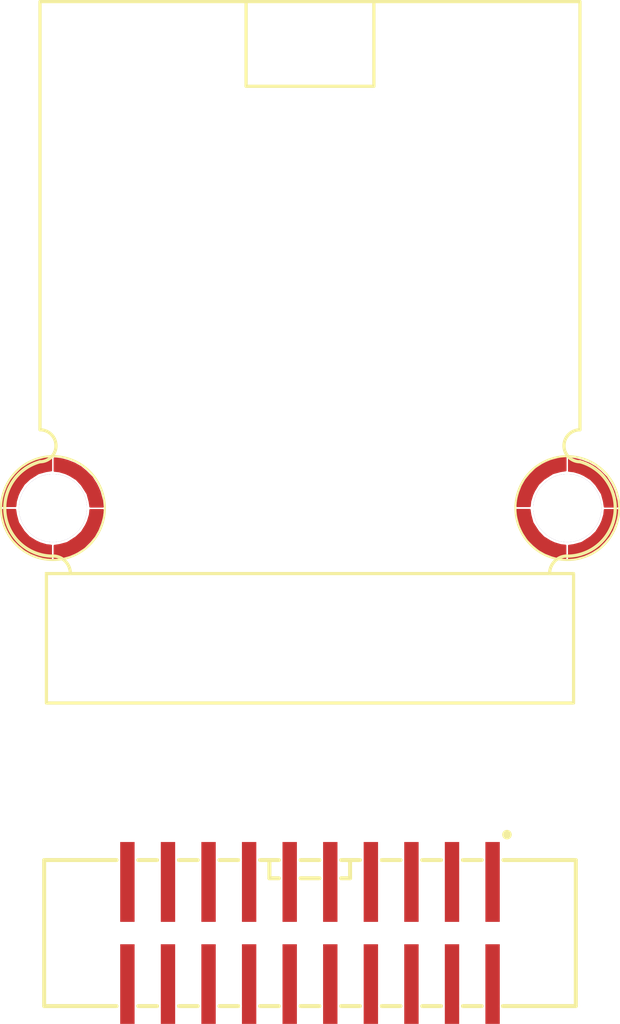
<source format=kicad_pcb>
(kicad_pcb (version 20241229) (generator "pcbnew") (generator_version "9.0")
  (layers (0 "F.Cu" signal) (2 "B.Cu" signal) (13 "F.Paste" user) (15 "B.Paste" user) (5 "F.SilkS" user "F.Silkscreen") (7 "B.SilkS" user "B.Silkscreen") (1 "F.Mask" user) (3 "B.Mask" user) (25 "Edge.Cuts" user))
  (net 0 "")
  (net 1 "footprint-_2-2")
  (net 2 "GND")
  (net 3 "_18")
  (net 4 "VTREF")
  (net 5 "N_TRST")
  (net 6 "DBGRQ")
  (net 7 "footprint-_1-1")
  (net 8 "_20")
  (net 9 "_16")
  (net 10 "footprint-_4-0")
  (net 11 "footprint-_2-0")
  (net 12 "N_RESET")
  (net 13 "_14")
  (net 14 "line")
  (net 15 "footprint-_3-0")
  (net 16 "SWD_SWO")
  (net 17 "SWD_CLK")
  (net 18 "footprint-_2-1")
  (net 19 "SWD_DIO")
  (net 20 "footprint-_1-0")
  (net 21 "footprint-_4-1")
  (net 22 "TDI")
  (net 23 "VCC")
  (net 24 "footprint-_3-1")
  (net 25 "footprint-net-0")
  (net 26 "footprint-net-1")
  (footprint "XFCN_BH254VS_20P:CONN-SMD_20P-P2.54_B-3000N20P-0110" (layer "F.Cu") (at 0 22.5 180)
    (property "Reference" "CN1" (hide yes))
    (property "Value" "")
    (fp_line (start -16.64 -4.57) (end -16.64 4.57) (stroke (width 0.25)) (layer "F.SilkS"))
    (fp_line (start -16.64 4.57) (end -12.11 4.57) (stroke (width 0.25)) (layer "F.SilkS"))
    (fp_line (start -12.07 -4.57) (end -16.64 -4.57) (stroke (width 0.25)) (layer "F.SilkS"))
    (fp_line (start -10.75 4.57) (end -9.57 4.57) (stroke (width 0.25)) (layer "F.SilkS"))
    (fp_line (start -9.57 -4.57) (end -10.75 -4.57) (stroke (width 0.25)) (layer "F.SilkS"))
    (fp_line (start -8.21 4.57) (end -7.03 4.57) (stroke (width 0.25)) (layer "F.SilkS"))
    (fp_line (start -7.03 -4.57) (end -8.21 -4.57) (stroke (width 0.25)) (layer "F.SilkS"))
    (fp_line (start -5.67 4.57) (end -4.49 4.57) (stroke (width 0.25)) (layer "F.SilkS"))
    (fp_line (start -4.49 -4.57) (end -5.67 -4.57) (stroke (width 0.25)) (layer "F.SilkS"))
    (fp_line (start -3.13 4.57) (end -1.95 4.57) (stroke (width 0.25)) (layer "F.SilkS"))
    (fp_line (start -2.51 3.43) (end -1.95 3.43) (stroke (width 0.25)) (layer "F.SilkS"))
    (fp_line (start -2.51 4.57) (end -2.51 3.43) (stroke (width 0.25)) (layer "F.SilkS"))
    (fp_line (start -1.95 -4.57) (end -3.13 -4.57) (stroke (width 0.25)) (layer "F.SilkS"))
    (fp_line (start -0.59 3.43) (end 0.59 3.43) (stroke (width 0.25)) (layer "F.SilkS"))
    (fp_line (start -0.59 4.57) (end 0.59 4.57) (stroke (width 0.25)) (layer "F.SilkS"))
    (fp_line (start 0.59 -4.57) (end -0.59 -4.57) (stroke (width 0.25)) (layer "F.SilkS"))
    (fp_line (start 1.95 3.43) (end 2.54 3.43) (stroke (width 0.25)) (layer "F.SilkS"))
    (fp_line (start 1.95 4.57) (end 3.13 4.57) (stroke (width 0.25)) (layer "F.SilkS"))
    (fp_line (start 2.54 3.43) (end 2.54 4.57) (stroke (width 0.25)) (layer "F.SilkS"))
    (fp_line (start 3.13 -4.57) (end 1.95 -4.57) (stroke (width 0.25)) (layer "F.SilkS"))
    (fp_line (start 4.49 4.57) (end 5.67 4.57) (stroke (width 0.25)) (layer "F.SilkS"))
    (fp_line (start 5.67 -4.57) (end 4.49 -4.57) (stroke (width 0.25)) (layer "F.SilkS"))
    (fp_line (start 7.03 4.57) (end 8.21 4.57) (stroke (width 0.25)) (layer "F.SilkS"))
    (fp_line (start 8.21 -4.57) (end 7.03 -4.57) (stroke (width 0.25)) (layer "F.SilkS"))
    (fp_line (start 9.57 4.57) (end 10.75 4.57) (stroke (width 0.25)) (layer "F.SilkS"))
    (fp_line (start 10.75 -4.57) (end 9.57 -4.57) (stroke (width 0.25)) (layer "F.SilkS"))
    (fp_line (start 12.11 4.57) (end 16.64 4.57) (stroke (width 0.25)) (layer "F.SilkS"))
    (fp_line (start 16.64 -4.57) (end 12.11 -4.57) (stroke (width 0.25)) (layer "F.SilkS"))
    (fp_line (start 16.64 4.57) (end 16.64 -4.57) (stroke (width 0.25)) (layer "F.SilkS"))
    (fp_circle (center -12.33 6.16) (end -12.18 6.16) (stroke (width 0.3)) (fill no) (layer "F.SilkS"))
    (pad "1" smd rect (at -11.43 3.2 180) (size 0.9 5) (layers "F.Cu" "F.Mask" "F.Paste") (net 4 "VTREF"))
    (pad "2" smd rect (at -11.43 -3.2 180) (size 0.9 5) (layers "F.Cu" "F.Mask" "F.Paste") (net 11 "footprint-_2-0"))
    (pad "3" smd rect (at -8.89 3.2 180) (size 0.9 5) (layers "F.Cu" "F.Mask" "F.Paste") (net 5 "N_TRST"))
    (pad "4" smd rect (at -8.89 -3.2 180) (size 0.9 5) (layers "F.Cu" "F.Mask" "F.Paste") (net 2 "GND"))
    (pad "5" smd rect (at -6.35 3.2 180) (size 0.9 5) (layers "F.Cu" "F.Mask" "F.Paste") (net 22 "TDI"))
    (pad "6" smd rect (at -6.35 -3.2 180) (size 0.9 5) (layers "F.Cu" "F.Mask" "F.Paste") (net 2 "GND"))
    (pad "7" smd rect (at -3.81 3.2 180) (size 0.9 5) (layers "F.Cu" "F.Mask" "F.Paste") (net 19 "SWD_DIO"))
    (pad "8" smd rect (at -3.81 -3.2 180) (size 0.9 5) (layers "F.Cu" "F.Mask" "F.Paste") (net 2 "GND"))
    (pad "9" smd rect (at -1.27 3.2 180) (size 0.9 5) (layers "F.Cu" "F.Mask" "F.Paste") (net 17 "SWD_CLK"))
    (pad "10" smd rect (at -1.27 -3.2 180) (size 0.9 5) (layers "F.Cu" "F.Mask" "F.Paste") (net 2 "GND"))
    (pad "11" smd rect (at 1.27 3.2 180) (size 0.9 5) (layers "F.Cu" "F.Mask" "F.Paste") (net 14 "line"))
    (pad "12" smd rect (at 1.27 -3.2 180) (size 0.9 5) (layers "F.Cu" "F.Mask" "F.Paste") (net 2 "GND"))
    (pad "13" smd rect (at 3.81 3.2 180) (size 0.9 5) (layers "F.Cu" "F.Mask" "F.Paste") (net 16 "SWD_SWO"))
    (pad "14" smd rect (at 3.81 -3.2 180) (size 0.9 5) (layers "F.Cu" "F.Mask" "F.Paste") (net 13 "_14"))
    (pad "15" smd rect (at 6.35 3.2 180) (size 0.9 5) (layers "F.Cu" "F.Mask" "F.Paste") (net 12 "N_RESET"))
    (pad "16" smd rect (at 6.35 -3.2 180) (size 0.9 5) (layers "F.Cu" "F.Mask" "F.Paste") (net 9 "_16"))
    (pad "17" smd rect (at 8.89 3.2 180) (size 0.9 5) (layers "F.Cu" "F.Mask" "F.Paste") (net 6 "DBGRQ"))
    (pad "18" smd rect (at 8.89 -3.2 180) (size 0.9 5) (layers "F.Cu" "F.Mask" "F.Paste") (net 3 "_18"))
    (pad "19" smd rect (at 11.43 3.2 180) (size 0.9 5) (layers "F.Cu" "F.Mask" "F.Paste") (net 23 "VCC"))
    (pad "20" smd rect (at 11.43 -3.2 180) (size 0.9 5) (layers "F.Cu" "F.Mask" "F.Paste") (net 8 "_20"))
  )
  (footprint "Sinhoo_SMTSO2530CTJ:SMD_BD5.6-L5.6-W5.6-D4.1" (layer "F.Cu") (at -16.1 -4.1 0)
    (property "Reference" "P2" (hide yes))
    (property "Value" "")
    (fp_circle (center 0.01 0) (end 3.26 0) (stroke (width 0.13)) (fill no) (layer "F.SilkS"))
    (pad "" thru_hole circle (at 0.01 0 0) (size 4.25 4.25) (drill 4.25) (layers "*.Cu" "*.Mask") (net 26 "footprint-net-1"))
    (pad "1" smd custom (at 1.62 -2.14 0) (size 0.01 0.01) (layers "F.Cu" "F.Mask" "F.Paste") (net 7 "footprint-_1-1") (primitives (gr_poly (pts (xy -1.52 -0.98) (xy -1.37 -0.97) (xy -1.14 -0.94) (xy -0.99 -0.91) (xy -0.67 -0.82) (xy -0.26 -0.66) (xy 0.13 -0.44) (xy 0.47 -0.16) (xy 0.83 0.2) (xy 1.1 0.62) (xy 1.21 0.84) (xy 1.33 1.12) (xy 1.48 1.67) (xy 1.52 2.06) (xy 0.72 2.06) (xy 0.67 1.73) (xy 0.54 1.25) (xy 0.4 1.03) (xy 0.18 0.69) (xy -0.14 0.35) (xy -0.56 0.09) (xy -0.82 -0.03) (xy -1.22 -0.15) (xy -1.52 -0.18)) (width 0.1) (fill yes))) (options (clearance outline) (anchor circle)))
    (pad "2" smd custom (at 1.62 2.17 0) (size 0.01 0.01) (layers "F.Cu" "F.Mask" "F.Paste") (net 1 "footprint-_2-2") (primitives (gr_poly (pts (xy 1.52 -2.06) (xy 1.51 -1.91) (xy 1.48 -1.68) (xy 1.45 -1.53) (xy 1.36 -1.21) (xy 1.2 -0.8) (xy 0.98 -0.41) (xy 0.7 -0.07) (xy 0.34 0.29) (xy -0.08 0.56) (xy -0.3 0.67) (xy -0.58 0.79) (xy -1.13 0.94) (xy -1.52 0.98) (xy -1.52 0.18) (xy -1.19 0.13) (xy -0.71 0) (xy -0.49 -0.14) (xy -0.15 -0.36) (xy 0.19 -0.68) (xy 0.45 -1.1) (xy 0.57 -1.36) (xy 0.69 -1.76) (xy 0.72 -2.06)) (width 0.1) (fill yes))) (options (clearance outline) (anchor circle)))
    (pad "3" smd custom (at -1.62 2.17 0) (size 0.01 0.01) (layers "F.Cu" "F.Mask" "F.Paste") (net 24 "footprint-_3-1") (primitives (gr_poly (pts (xy 1.52 0.97) (xy 1.37 0.96) (xy 1.14 0.93) (xy 0.99 0.9) (xy 0.67 0.81) (xy 0.26 0.65) (xy -0.13 0.43) (xy -0.47 0.15) (xy -0.83 -0.21) (xy -1.1 -0.63) (xy -1.21 -0.85) (xy -1.33 -1.13) (xy -1.48 -1.68) (xy -1.52 -2.07) (xy -0.72 -2.07) (xy -0.67 -1.74) (xy -0.54 -1.26) (xy -0.4 -1.04) (xy -0.18 -0.7) (xy 0.14 -0.36) (xy 0.56 -0.1) (xy 0.82 0.02) (xy 1.22 0.14) (xy 1.52 0.17)) (width 0.1) (fill yes))) (options (clearance outline) (anchor circle)))
    (pad "4" smd custom (at -1.61 -2.17 0) (size 0.01 0.01) (layers "F.Cu" "F.Mask" "F.Paste") (net 21 "footprint-_4-1") (primitives (gr_poly (pts (xy -1.52 2.06) (xy -1.51 1.91) (xy -1.48 1.68) (xy -1.45 1.53) (xy -1.36 1.21) (xy -1.2 0.8) (xy -0.98 0.41) (xy -0.7 0.07) (xy -0.34 -0.29) (xy 0.08 -0.56) (xy 0.3 -0.67) (xy 0.58 -0.79) (xy 1.13 -0.94) (xy 1.52 -0.98) (xy 1.52 -0.18) (xy 1.19 -0.13) (xy 0.71 0) (xy 0.49 0.14) (xy 0.15 0.36) (xy -0.19 0.68) (xy -0.45 1.1) (xy -0.57 1.36) (xy -0.69 1.76) (xy -0.72 2.06)) (width 0.1) (fill yes))) (options (clearance outline) (anchor circle)))
  )
  (footprint "Sinhoo_SMTSO2530CTJ:SMD_BD5.6-L5.6-W5.6-D4.1" (layer "F.Cu") (at 16.1 -4.1 0)
    (property "Reference" "P1" (hide yes))
    (property "Value" "")
    (fp_circle (center 0.01 0) (end 3.26 0) (stroke (width 0.13)) (fill no) (layer "F.SilkS"))
    (pad "" thru_hole circle (at 0.01 0 0) (size 4.25 4.25) (drill 4.25) (layers "*.Cu" "*.Mask") (net 25 "footprint-net-0"))
    (pad "1" smd custom (at 1.62 -2.14 0) (size 0.01 0.01) (layers "F.Cu" "F.Mask" "F.Paste") (net 20 "footprint-_1-0") (primitives (gr_poly (pts (xy -1.52 -0.98) (xy -1.37 -0.97) (xy -1.14 -0.94) (xy -0.99 -0.91) (xy -0.67 -0.82) (xy -0.26 -0.66) (xy 0.13 -0.44) (xy 0.47 -0.16) (xy 0.83 0.2) (xy 1.1 0.62) (xy 1.21 0.84) (xy 1.33 1.12) (xy 1.48 1.67) (xy 1.52 2.06) (xy 0.72 2.06) (xy 0.67 1.73) (xy 0.54 1.25) (xy 0.4 1.03) (xy 0.18 0.69) (xy -0.14 0.35) (xy -0.56 0.09) (xy -0.82 -0.03) (xy -1.22 -0.15) (xy -1.52 -0.18)) (width 0.1) (fill yes))) (options (clearance outline) (anchor circle)))
    (pad "2" smd custom (at 1.62 2.17 0) (size 0.01 0.01) (layers "F.Cu" "F.Mask" "F.Paste") (net 18 "footprint-_2-1") (primitives (gr_poly (pts (xy 1.52 -2.06) (xy 1.51 -1.91) (xy 1.48 -1.68) (xy 1.45 -1.53) (xy 1.36 -1.21) (xy 1.2 -0.8) (xy 0.98 -0.41) (xy 0.7 -0.07) (xy 0.34 0.29) (xy -0.08 0.56) (xy -0.3 0.67) (xy -0.58 0.79) (xy -1.13 0.94) (xy -1.52 0.98) (xy -1.52 0.18) (xy -1.19 0.13) (xy -0.71 0) (xy -0.49 -0.14) (xy -0.15 -0.36) (xy 0.19 -0.68) (xy 0.45 -1.1) (xy 0.57 -1.36) (xy 0.69 -1.76) (xy 0.72 -2.06)) (width 0.1) (fill yes))) (options (clearance outline) (anchor circle)))
    (pad "3" smd custom (at -1.62 2.17 0) (size 0.01 0.01) (layers "F.Cu" "F.Mask" "F.Paste") (net 15 "footprint-_3-0") (primitives (gr_poly (pts (xy 1.52 0.97) (xy 1.37 0.96) (xy 1.14 0.93) (xy 0.99 0.9) (xy 0.67 0.81) (xy 0.26 0.65) (xy -0.13 0.43) (xy -0.47 0.15) (xy -0.83 -0.21) (xy -1.1 -0.63) (xy -1.21 -0.85) (xy -1.33 -1.13) (xy -1.48 -1.68) (xy -1.52 -2.07) (xy -0.72 -2.07) (xy -0.67 -1.74) (xy -0.54 -1.26) (xy -0.4 -1.04) (xy -0.18 -0.7) (xy 0.14 -0.36) (xy 0.56 -0.1) (xy 0.82 0.02) (xy 1.22 0.14) (xy 1.52 0.17)) (width 0.1) (fill yes))) (options (clearance outline) (anchor circle)))
    (pad "4" smd custom (at -1.61 -2.17 0) (size 0.01 0.01) (layers "F.Cu" "F.Mask" "F.Paste") (net 10 "footprint-_4-0") (primitives (gr_poly (pts (xy -1.52 2.06) (xy -1.51 1.91) (xy -1.48 1.68) (xy -1.45 1.53) (xy -1.36 1.21) (xy -1.2 0.8) (xy -0.98 0.41) (xy -0.7 0.07) (xy -0.34 -0.29) (xy 0.08 -0.56) (xy 0.3 -0.67) (xy 0.58 -0.79) (xy 1.13 -0.94) (xy 1.52 -0.98) (xy 1.52 -0.18) (xy 1.19 -0.13) (xy 0.71 0) (xy 0.49 0.14) (xy 0.15 0.36) (xy -0.19 0.68) (xy -0.45 1.1) (xy -0.57 1.36) (xy -0.69 1.76) (xy -0.72 2.06)) (width 0.1) (fill yes))) (options (clearance outline) (anchor circle)))
  )
  (footprint "RPDAP_Compact:RPDAP_Compact" (layer "F.Cu") (at 0 0 0)
    (property "Reference" "MOD1" (hide yes))
    (property "Value" "")
    (fp_line (start -16.9 -35.8) (end 16.9 -35.8) (stroke (width 0.2)) (layer "F.SilkS"))
    (fp_line (start -16.9 -9) (end -16.9 -35.8) (stroke (width 0.2)) (layer "F.SilkS"))
    (fp_line (start -4 -30.5) (end -4 -35.8) (stroke (width 0.2)) (layer "F.SilkS"))
    (fp_line (start -4 -30.5) (end 4 -30.5) (stroke (width 0.2)) (layer "F.SilkS"))
    (fp_line (start 4 -30.5) (end 4 -35.8) (stroke (width 0.2)) (layer "F.SilkS"))
    (fp_line (start 16.9 -35.8) (end 16.899999 -8.999999) (stroke (width 0.2)) (layer "F.SilkS"))
    (fp_arc (start -16.9 -9) (mid -15.9 -8) (end -16.9 -7) (stroke (width 0.2)) (layer "F.SilkS"))
    (fp_arc (start -16.1 -1.1) (mid -15.322183 -0.777817) (end -15 0) (stroke (width 0.2)) (layer "F.SilkS"))
    (fp_arc (start -16.1 -1.091678) (mid -19.081119 -3.69635) (end -16.9 -7) (stroke (width 0.2)) (layer "F.SilkS"))
    (fp_arc (start 14.999999 0) (mid 15.322182 -0.777817) (end 16.099999 -1.1) (stroke (width 0.2)) (layer "F.SilkS"))
    (fp_arc (start 16.899999 -7) (mid 19.081118 -3.69635) (end 16.099999 -1.091678) (stroke (width 0.2)) (layer "F.SilkS"))
    (fp_arc (start 16.899999 -7) (mid 15.899999 -8) (end 16.899999 -9) (stroke (width 0.2)) (layer "F.SilkS"))
    (fp_rect (start -16.5 2e-06) (end 16.5 8.1) (stroke (width 0.2)) (fill no) (layer "F.SilkS"))
  )
)
</source>
